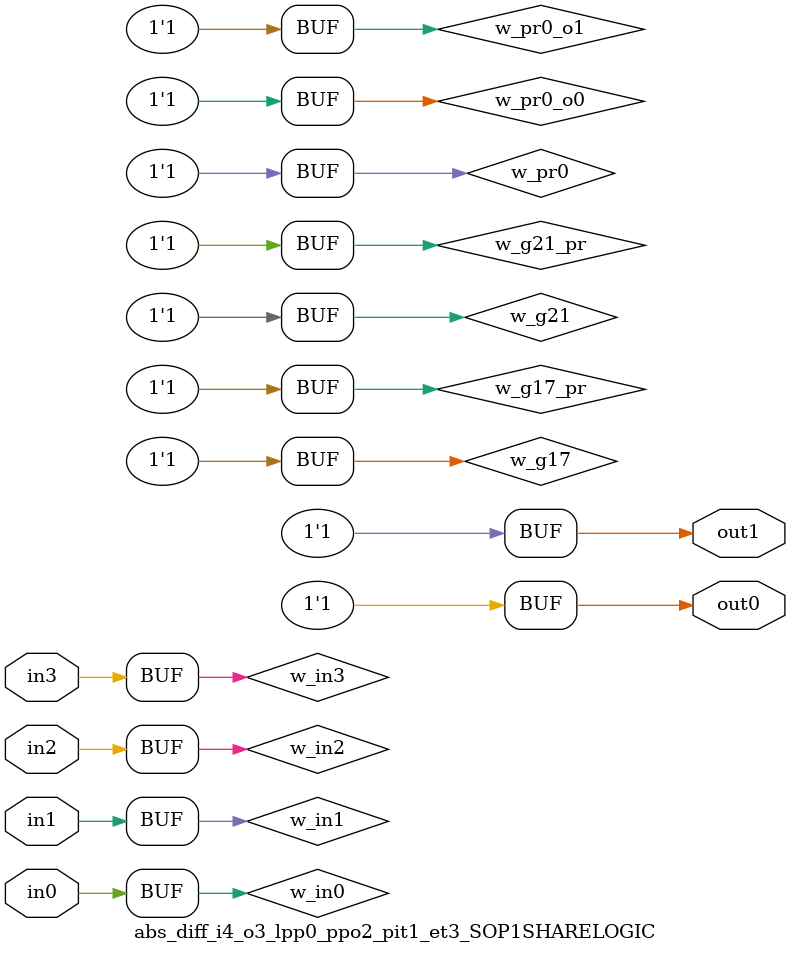
<source format=v>
module abs_diff_i4_o3_lpp0_ppo2_pit1_et3_SOP1SHARELOGIC (in0, in1, in2, in3, out0, out1);
// declaring inputs
input in0,  in1,  in2,  in3;
// declaring outputs
output out0,  out1;
// JSON model input
wire w_in3, w_in2, w_in1, w_in0;
// JSON model output
wire w_g17, w_g21;
//json model
wire w_g17_pr, w_g21_pr, w_pr0_o0, w_pr0_o1, w_pr0;
// JSON model input assign
assign w_in3 = in3;
assign w_in2 = in2;
assign w_in1 = in1;
assign w_in0 = in0;

//json model assigns (approximated Shared/XPAT part)
//assign literals to products
assign w_pr0 = 1;
//if a product has literals and if the product is being "activated" for that output
assign w_pr0_o0 = w_pr0 & 1;
assign w_pr0_o1 = w_pr0 & 1;
//compose an output with corresponding products (OR)
assign w_g17 = w_pr0_o0;
assign w_g21 = w_pr0_o1;
//if an output has products and if it is part of the JSON model
assign w_g17_pr = w_g17 & 1;
assign w_g21_pr = w_g21 & 1;
// output assigns
assign out0 = w_g17_pr;
assign out1 = w_g21_pr;
endmodule
</source>
